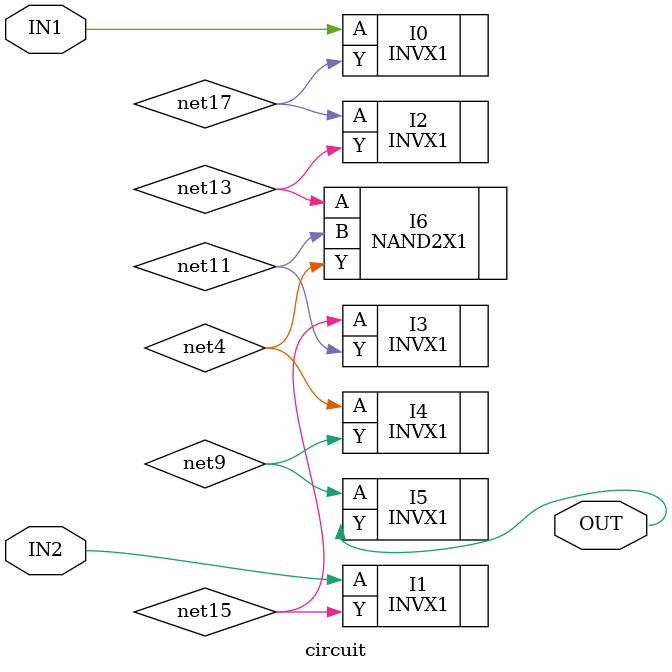
<source format=v>
module circuit( OUT, IN1, IN2 );

output  OUT;

input  IN1, IN2;

NAND2X1 I6 (.A(net13),.B(net11),.Y(net4));
INVX1   I5 (.A(net9),.Y(OUT));
INVX1   I4 (.A(net4),.Y(net9));
INVX1   I3 (.A(net15),.Y(net11));
INVX1   I2 (.A(net17),.Y(net13));
INVX1   I1 (.A(IN2),.Y(net15));
INVX1   I0 (.A(IN1),.Y(net17));

endmodule

</source>
